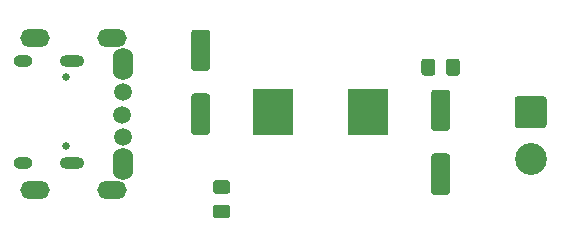
<source format=gbr>
%TF.GenerationSoftware,KiCad,Pcbnew,(5.1.7)-1*%
%TF.CreationDate,2021-05-02T00:17:45+08:00*%
%TF.ProjectId,t12_pps_power,7431325f-7070-4735-9f70-6f7765722e6b,rev?*%
%TF.SameCoordinates,Original*%
%TF.FileFunction,Soldermask,Bot*%
%TF.FilePolarity,Negative*%
%FSLAX46Y46*%
G04 Gerber Fmt 4.6, Leading zero omitted, Abs format (unit mm)*
G04 Created by KiCad (PCBNEW (5.1.7)-1) date 2021-05-02 00:17:45*
%MOMM*%
%LPD*%
G01*
G04 APERTURE LIST*
%ADD10R,3.500000X4.000000*%
%ADD11O,2.500000X1.500000*%
%ADD12O,1.750000X2.750000*%
%ADD13C,1.500000*%
%ADD14O,2.100000X1.000000*%
%ADD15O,1.600000X1.000000*%
%ADD16C,0.650000*%
%ADD17C,2.700000*%
G04 APERTURE END LIST*
D10*
%TO.C,L1*%
X65850000Y-73660000D03*
X73850000Y-73660000D03*
%TD*%
%TO.C,C2*%
G36*
G01*
X59140000Y-66670000D02*
X60240000Y-66670000D01*
G75*
G02*
X60490000Y-66920000I0J-250000D01*
G01*
X60490000Y-69920000D01*
G75*
G02*
X60240000Y-70170000I-250000J0D01*
G01*
X59140000Y-70170000D01*
G75*
G02*
X58890000Y-69920000I0J250000D01*
G01*
X58890000Y-66920000D01*
G75*
G02*
X59140000Y-66670000I250000J0D01*
G01*
G37*
G36*
G01*
X59140000Y-72070000D02*
X60240000Y-72070000D01*
G75*
G02*
X60490000Y-72320000I0J-250000D01*
G01*
X60490000Y-75320000D01*
G75*
G02*
X60240000Y-75570000I-250000J0D01*
G01*
X59140000Y-75570000D01*
G75*
G02*
X58890000Y-75320000I0J250000D01*
G01*
X58890000Y-72320000D01*
G75*
G02*
X59140000Y-72070000I250000J0D01*
G01*
G37*
%TD*%
%TO.C,C3*%
G36*
G01*
X61943000Y-80576000D02*
X60993000Y-80576000D01*
G75*
G02*
X60743000Y-80326000I0J250000D01*
G01*
X60743000Y-79651000D01*
G75*
G02*
X60993000Y-79401000I250000J0D01*
G01*
X61943000Y-79401000D01*
G75*
G02*
X62193000Y-79651000I0J-250000D01*
G01*
X62193000Y-80326000D01*
G75*
G02*
X61943000Y-80576000I-250000J0D01*
G01*
G37*
G36*
G01*
X61943000Y-82651000D02*
X60993000Y-82651000D01*
G75*
G02*
X60743000Y-82401000I0J250000D01*
G01*
X60743000Y-81726000D01*
G75*
G02*
X60993000Y-81476000I250000J0D01*
G01*
X61943000Y-81476000D01*
G75*
G02*
X62193000Y-81726000I0J-250000D01*
G01*
X62193000Y-82401000D01*
G75*
G02*
X61943000Y-82651000I-250000J0D01*
G01*
G37*
%TD*%
%TO.C,C4*%
G36*
G01*
X79460000Y-77150000D02*
X80560000Y-77150000D01*
G75*
G02*
X80810000Y-77400000I0J-250000D01*
G01*
X80810000Y-80400000D01*
G75*
G02*
X80560000Y-80650000I-250000J0D01*
G01*
X79460000Y-80650000D01*
G75*
G02*
X79210000Y-80400000I0J250000D01*
G01*
X79210000Y-77400000D01*
G75*
G02*
X79460000Y-77150000I250000J0D01*
G01*
G37*
G36*
G01*
X79460000Y-71750000D02*
X80560000Y-71750000D01*
G75*
G02*
X80810000Y-72000000I0J-250000D01*
G01*
X80810000Y-75000000D01*
G75*
G02*
X80560000Y-75250000I-250000J0D01*
G01*
X79460000Y-75250000D01*
G75*
G02*
X79210000Y-75000000I0J250000D01*
G01*
X79210000Y-72000000D01*
G75*
G02*
X79460000Y-71750000I250000J0D01*
G01*
G37*
%TD*%
%TO.C,C5*%
G36*
G01*
X78385000Y-70325000D02*
X78385000Y-69375000D01*
G75*
G02*
X78635000Y-69125000I250000J0D01*
G01*
X79310000Y-69125000D01*
G75*
G02*
X79560000Y-69375000I0J-250000D01*
G01*
X79560000Y-70325000D01*
G75*
G02*
X79310000Y-70575000I-250000J0D01*
G01*
X78635000Y-70575000D01*
G75*
G02*
X78385000Y-70325000I0J250000D01*
G01*
G37*
G36*
G01*
X80460000Y-70325000D02*
X80460000Y-69375000D01*
G75*
G02*
X80710000Y-69125000I250000J0D01*
G01*
X81385000Y-69125000D01*
G75*
G02*
X81635000Y-69375000I0J-250000D01*
G01*
X81635000Y-70325000D01*
G75*
G02*
X81385000Y-70575000I-250000J0D01*
G01*
X80710000Y-70575000D01*
G75*
G02*
X80460000Y-70325000I0J250000D01*
G01*
G37*
%TD*%
D11*
%TO.C,J1*%
X52190000Y-80250000D03*
X45640000Y-80250000D03*
X45640000Y-67350000D03*
X52190000Y-67350000D03*
D12*
X53090000Y-69600000D03*
X53090000Y-78050000D03*
D13*
X53060000Y-73850000D03*
X53090000Y-71920000D03*
X53090000Y-75780000D03*
%TD*%
D14*
%TO.C,J2*%
X48825000Y-69280000D03*
X48825000Y-77920000D03*
D15*
X44645000Y-69280000D03*
X44645000Y-77920000D03*
D16*
X48325000Y-76490000D03*
X48325000Y-70710000D03*
%TD*%
%TO.C,J4*%
G36*
G01*
X86530001Y-72310000D02*
X88729999Y-72310000D01*
G75*
G02*
X88980000Y-72560001I0J-250001D01*
G01*
X88980000Y-74759999D01*
G75*
G02*
X88729999Y-75010000I-250001J0D01*
G01*
X86530001Y-75010000D01*
G75*
G02*
X86280000Y-74759999I0J250001D01*
G01*
X86280000Y-72560001D01*
G75*
G02*
X86530001Y-72310000I250001J0D01*
G01*
G37*
D17*
X87630000Y-77620000D03*
%TD*%
M02*

</source>
